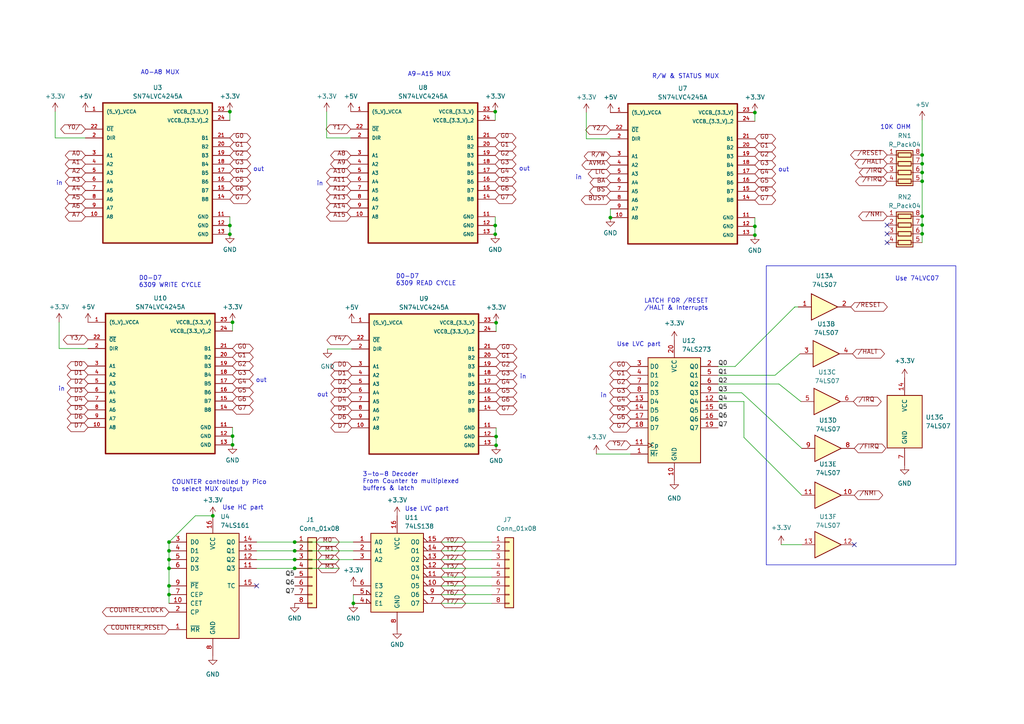
<source format=kicad_sch>
(kicad_sch (version 20230121) (generator eeschema)
  (paper "A4")
  (title_block (date "2025-02-20") (company "Henry Strickland   <strick@yak.net>  github.com/strickyak/tfr9") (comment 3 "Released under the MIT License (opensource.org/license/mit)"))
  (lib_symbols
    (symbol "74xx:74LS07" (pin_names (offset 1.016))
      (property "Reference" "U" (at 0 1.27 0))
      (property "Value" "74LS07" (at 0 -1.27 0))
      (symbol "74LS07_1_0"
        (polyline (pts (xy -3.81 3.81) (xy -3.81 -3.81) (xy 3.81 0) (xy -3.81 3.81)) (stroke (width 0.254)) (fill (type background)))
        (pin input line (at -7.62 0 0) (length 3.81) (name "~") (number "1"))
        (pin open_collector line (at 7.62 0 180) (length 3.81) (name "~") (number "2"))
      )
      (symbol "74LS07_2_0"
        (polyline (pts (xy -3.81 3.81) (xy -3.81 -3.81) (xy 3.81 0) (xy -3.81 3.81)) (stroke (width 0.254)) (fill (type background)))
        (pin input line (at -7.62 0 0) (length 3.81) (name "~") (number "3"))
        (pin open_collector line (at 7.62 0 180) (length 3.81) (name "~") (number "4"))
      )
      (symbol "74LS07_3_0"
        (polyline (pts (xy -3.81 3.81) (xy -3.81 -3.81) (xy 3.81 0) (xy -3.81 3.81)) (stroke (width 0.254)) (fill (type background)))
        (pin input line (at -7.62 0 0) (length 3.81) (name "~") (number "5"))
        (pin open_collector line (at 7.62 0 180) (length 3.81) (name "~") (number "6"))
      )
      (symbol "74LS07_4_0"
        (polyline (pts (xy -3.81 3.81) (xy -3.81 -3.81) (xy 3.81 0) (xy -3.81 3.81)) (stroke (width 0.254)) (fill (type background)))
        (pin open_collector line (at 7.62 0 180) (length 3.81) (name "~") (number "8"))
        (pin input line (at -7.62 0 0) (length 3.81) (name "~") (number "9"))
      )
      (symbol "74LS07_5_0"
        (polyline (pts (xy -3.81 3.81) (xy -3.81 -3.81) (xy 3.81 0) (xy -3.81 3.81)) (stroke (width 0.254)) (fill (type background)))
        (pin open_collector line (at 7.62 0 180) (length 3.81) (name "~") (number "10"))
        (pin input line (at -7.62 0 0) (length 3.81) (name "~") (number "11"))
      )
      (symbol "74LS07_6_0"
        (polyline (pts (xy -3.81 3.81) (xy -3.81 -3.81) (xy 3.81 0) (xy -3.81 3.81)) (stroke (width 0.254)) (fill (type background)))
        (pin open_collector line (at 7.62 0 180) (length 3.81) (name "~") (number "12"))
        (pin input line (at -7.62 0 0) (length 3.81) (name "~") (number "13"))
      )
      (symbol "74LS07_7_0"
        (pin power_in line (at 0 12.7 270) (length 5.08) (name "VCC") (number "14"))
        (pin power_in line (at 0 -12.7 90) (length 5.08) (name "GND") (number "7"))
      )
      (symbol "74LS07_7_1"
        (rectangle (start -5.08 7.62) (end 5.08 -7.62) (stroke (width 0.254)) (fill (type background)))
      )
    )
    (symbol "74xx:74LS138" (pin_names (offset 1.016))
      (property "Reference" "U" (at -7.62 11.43 0))
      (property "Value" "74LS138" (at -7.62 -13.97 0))
      (symbol "74LS138_1_0"
        (pin input line (at -12.7 7.62 0) (length 5.08) (name "A0") (number "1"))
        (pin output output_low (at 12.7 -5.08 180) (length 5.08) (name "O5") (number "10"))
        (pin output output_low (at 12.7 -2.54 180) (length 5.08) (name "O4") (number "11"))
        (pin output output_low (at 12.7 0 180) (length 5.08) (name "O3") (number "12"))
        (pin output output_low (at 12.7 2.54 180) (length 5.08) (name "O2") (number "13"))
        (pin output output_low (at 12.7 5.08 180) (length 5.08) (name "O1") (number "14"))
        (pin output output_low (at 12.7 7.62 180) (length 5.08) (name "O0") (number "15"))
        (pin power_in line (at 0 15.24 270) (length 5.08) (name "VCC") (number "16"))
        (pin input line (at -12.7 5.08 0) (length 5.08) (name "A1") (number "2"))
        (pin input line (at -12.7 2.54 0) (length 5.08) (name "A2") (number "3"))
        (pin input input_low (at -12.7 -10.16 0) (length 5.08) (name "E1") (number "4"))
        (pin input input_low (at -12.7 -7.62 0) (length 5.08) (name "E2") (number "5"))
        (pin input line (at -12.7 -5.08 0) (length 5.08) (name "E3") (number "6"))
        (pin output output_low (at 12.7 -10.16 180) (length 5.08) (name "O7") (number "7"))
        (pin power_in line (at 0 -17.78 90) (length 5.08) (name "GND") (number "8"))
        (pin output output_low (at 12.7 -7.62 180) (length 5.08) (name "O6") (number "9"))
      )
      (symbol "74LS138_1_1"
        (rectangle (start -7.62 10.16) (end 7.62 -12.7) (stroke (width 0.254)) (fill (type background)))
      )
    )
    (symbol "74xx:74LS161" (pin_names (offset 1.016))
      (property "Reference" "U" (at -7.62 16.51 0))
      (property "Value" "74LS161" (at -7.62 -16.51 0))
      (symbol "74LS161_1_0"
        (pin input line (at -12.7 -12.7 0) (length 5.08) (name "~{MR}") (number "1"))
        (pin input line (at -12.7 -5.08 0) (length 5.08) (name "CET") (number "10"))
        (pin output line (at 12.7 5.08 180) (length 5.08) (name "Q3") (number "11"))
        (pin output line (at 12.7 7.62 180) (length 5.08) (name "Q2") (number "12"))
        (pin output line (at 12.7 10.16 180) (length 5.08) (name "Q1") (number "13"))
        (pin output line (at 12.7 12.7 180) (length 5.08) (name "Q0") (number "14"))
        (pin output line (at 12.7 0 180) (length 5.08) (name "TC") (number "15"))
        (pin power_in line (at 0 20.32 270) (length 5.08) (name "VCC") (number "16"))
        (pin input line (at -12.7 -7.62 0) (length 5.08) (name "CP") (number "2"))
        (pin input line (at -12.7 12.7 0) (length 5.08) (name "D0") (number "3"))
        (pin input line (at -12.7 10.16 0) (length 5.08) (name "D1") (number "4"))
        (pin input line (at -12.7 7.62 0) (length 5.08) (name "D2") (number "5"))
        (pin input line (at -12.7 5.08 0) (length 5.08) (name "D3") (number "6"))
        (pin input line (at -12.7 -2.54 0) (length 5.08) (name "CEP") (number "7"))
        (pin power_in line (at 0 -20.32 90) (length 5.08) (name "GND") (number "8"))
        (pin input line (at -12.7 0 0) (length 5.08) (name "~{PE}") (number "9"))
      )
      (symbol "74LS161_1_1"
        (rectangle (start -7.62 15.24) (end 7.62 -15.24) (stroke (width 0.254)) (fill (type background)))
      )
    )
    (symbol "74xx:74LS273"
      (property "Reference" "U" (at -7.62 16.51 0))
      (property "Value" "74LS273" (at -7.62 -16.51 0))
      (symbol "74LS273_1_0"
        (pin input line (at -12.7 -12.7 0) (length 5.08) (name "~{Mr}") (number "1"))
        (pin power_in line (at 0 -20.32 90) (length 5.08) (name "GND") (number "10"))
        (pin input clock (at -12.7 -10.16 0) (length 5.08) (name "Cp") (number "11"))
        (pin output line (at 12.7 2.54 180) (length 5.08) (name "Q4") (number "12"))
        (pin input line (at -12.7 2.54 0) (length 5.08) (name "D4") (number "13"))
        (pin input line (at -12.7 0 0) (length 5.08) (name "D5") (number "14"))
        (pin output line (at 12.7 0 180) (length 5.08) (name "Q5") (number "15"))
        (pin output line (at 12.7 -2.54 180) (length 5.08) (name "Q6") (number "16"))
        (pin input line (at -12.7 -2.54 0) (length 5.08) (name "D6") (number "17"))
        (pin input line (at -12.7 -5.08 0) (length 5.08) (name "D7") (number "18"))
        (pin output line (at 12.7 -5.08 180) (length 5.08) (name "Q7") (number "19"))
        (pin output line (at 12.7 12.7 180) (length 5.08) (name "Q0") (number "2"))
        (pin power_in line (at 0 20.32 270) (length 5.08) (name "VCC") (number "20"))
        (pin input line (at -12.7 12.7 0) (length 5.08) (name "D0") (number "3"))
        (pin input line (at -12.7 10.16 0) (length 5.08) (name "D1") (number "4"))
        (pin output line (at 12.7 10.16 180) (length 5.08) (name "Q1") (number "5"))
        (pin output line (at 12.7 7.62 180) (length 5.08) (name "Q2") (number "6"))
        (pin input line (at -12.7 7.62 0) (length 5.08) (name "D2") (number "7"))
        (pin input line (at -12.7 5.08 0) (length 5.08) (name "D3") (number "8"))
        (pin output line (at 12.7 5.08 180) (length 5.08) (name "Q3") (number "9"))
      )
      (symbol "74LS273_1_1"
        (rectangle (start -7.62 15.24) (end 7.62 -15.24) (stroke (width 0.254)) (fill (type background)))
      )
    )
    (symbol "Connector_Generic:Conn_01x08" (pin_names (offset 1.016) hide)
      (property "Reference" "J" (at 0 10.16 0))
      (property "Value" "Conn_01x08" (at 0 -12.7 0))
      (symbol "Conn_01x08_1_1"
        (rectangle (start -1.27 -10.033) (end 0 -10.287) (stroke (width 0.1524)))
        (rectangle (start -1.27 -7.493) (end 0 -7.747) (stroke (width 0.1524)))
        (rectangle (start -1.27 -4.953) (end 0 -5.207) (stroke (width 0.1524)))
        (rectangle (start -1.27 -2.413) (end 0 -2.667) (stroke (width 0.1524)))
        (rectangle (start -1.27 0.127) (end 0 -0.127) (stroke (width 0.1524)))
        (rectangle (start -1.27 2.667) (end 0 2.413) (stroke (width 0.1524)))
        (rectangle (start -1.27 5.207) (end 0 4.953) (stroke (width 0.1524)))
        (rectangle (start -1.27 7.747) (end 0 7.493) (stroke (width 0.1524)))
        (rectangle (start -1.27 8.89) (end 1.27 -11.43) (stroke (width 0.254)) (fill (type background)))
        (pin passive line (at -5.08 7.62 0) (length 3.81) (name "Pin_1") (number "1"))
        (pin passive line (at -5.08 5.08 0) (length 3.81) (name "Pin_2") (number "2"))
        (pin passive line (at -5.08 2.54 0) (length 3.81) (name "Pin_3") (number "3"))
        (pin passive line (at -5.08 0 0) (length 3.81) (name "Pin_4") (number "4"))
        (pin passive line (at -5.08 -2.54 0) (length 3.81) (name "Pin_5") (number "5"))
        (pin passive line (at -5.08 -5.08 0) (length 3.81) (name "Pin_6") (number "6"))
        (pin passive line (at -5.08 -7.62 0) (length 3.81) (name "Pin_7") (number "7"))
        (pin passive line (at -5.08 -10.16 0) (length 3.81) (name "Pin_8") (number "8"))
      )
    )
    (symbol "Device:R_Pack04" (pin_names (offset 0) hide)
      (property "Reference" "RN" (at -7.62 0 90))
      (property "Value" "R_Pack04" (at 5.08 0 90))
      (symbol "R_Pack04_0_1"
        (rectangle (start -6.35 -2.413) (end 3.81 2.413) (stroke (width 0.254)) (fill (type background)))
        (rectangle (start -5.715 1.905) (end -4.445 -1.905) (stroke (width 0.254)))
        (rectangle (start -3.175 1.905) (end -1.905 -1.905) (stroke (width 0.254)))
        (rectangle (start -0.635 1.905) (end 0.635 -1.905) (stroke (width 0.254)))
        (polyline (pts (xy -5.08 -2.54) (xy -5.08 -1.905)))
        (polyline (pts (xy -5.08 1.905) (xy -5.08 2.54)))
        (polyline (pts (xy -2.54 -2.54) (xy -2.54 -1.905)))
        (polyline (pts (xy -2.54 1.905) (xy -2.54 2.54)))
        (polyline (pts (xy 0 -2.54) (xy 0 -1.905)))
        (polyline (pts (xy 0 1.905) (xy 0 2.54)))
        (polyline (pts (xy 2.54 -2.54) (xy 2.54 -1.905)))
        (polyline (pts (xy 2.54 1.905) (xy 2.54 2.54)))
        (rectangle (start 1.905 1.905) (end 3.175 -1.905) (stroke (width 0.254)))
      )
      (symbol "R_Pack04_1_1"
        (pin passive line (at -5.08 -5.08 90) (length 2.54) (name "R1.1") (number "1"))
        (pin passive line (at -2.54 -5.08 90) (length 2.54) (name "R2.1") (number "2"))
        (pin passive line (at 0 -5.08 90) (length 2.54) (name "R3.1") (number "3"))
        (pin passive line (at 2.54 -5.08 90) (length 2.54) (name "R4.1") (number "4"))
        (pin passive line (at 2.54 5.08 270) (length 2.54) (name "R4.2") (number "5"))
        (pin passive line (at 0 5.08 270) (length 2.54) (name "R3.2") (number "6"))
        (pin passive line (at -2.54 5.08 270) (length 2.54) (name "R2.2") (number "7"))
        (pin passive line (at -5.08 5.08 270) (length 2.54) (name "R1.2") (number "8"))
      )
    )
    (symbol "SN74LVC4245ADWR:SN74LVC4245A" (pin_names (offset 1.016))
      (property "Reference" "U" (at -20.32 26.4 0))
      (property "Value" "SN74LVC4245A" (at -20.32 -18.415 0))
      (symbol "SN74LVC4245A_0_0"
        (rectangle (start -20.32 25.4) (end 11.43 -15.24) (stroke (width 0.41)) (fill (type background)))
        (pin power_in line (at -25.4 22.86 0) (length 5.08) (name "(5_V)_VCCA") (number "1"))
        (pin bidirectional line (at -25.4 -7.62 0) (length 5.08) (name "A8") (number "10"))
        (pin power_in line (at 16.51 -7.62 180) (length 5.08) (name "GND") (number "11"))
        (pin power_in line (at 16.51 -10.16 180) (length 5.08) (name "GND") (number "12"))
        (pin power_in line (at 16.51 -12.7 180) (length 5.08) (name "GND") (number "13"))
        (pin bidirectional line (at 16.51 -2.54 180) (length 5.08) (name "B8") (number "14"))
        (pin bidirectional line (at 16.51 0 180) (length 5.08) (name "B7") (number "15"))
        (pin bidirectional line (at 16.51 2.54 180) (length 5.08) (name "B6") (number "16"))
        (pin bidirectional line (at 16.51 5.08 180) (length 5.08) (name "B5") (number "17"))
        (pin bidirectional line (at 16.51 7.62 180) (length 5.08) (name "B4") (number "18"))
        (pin bidirectional line (at 16.51 10.16 180) (length 5.08) (name "B3") (number "19"))
        (pin input line (at -25.4 15.24 0) (length 5.08) (name "DIR") (number "2"))
        (pin bidirectional line (at 16.51 12.7 180) (length 5.08) (name "B2") (number "20"))
        (pin bidirectional line (at 16.51 15.24 180) (length 5.08) (name "B1") (number "21"))
        (pin input line (at -25.4 17.78 0) (length 5.08) (name "~{OE}") (number "22"))
        (pin power_in line (at 16.51 22.86 180) (length 5.08) (name "VCCB_(3.3_V)") (number "23"))
        (pin power_in line (at 16.51 20.32 180) (length 5.08) (name "VCCB_(3.3_V)_2") (number "24"))
        (pin bidirectional line (at -25.4 10.16 0) (length 5.08) (name "A1") (number "3"))
        (pin bidirectional line (at -25.4 7.62 0) (length 5.08) (name "A2") (number "4"))
        (pin bidirectional line (at -25.4 5.08 0) (length 5.08) (name "A3") (number "5"))
        (pin bidirectional line (at -25.4 2.54 0) (length 5.08) (name "A4") (number "6"))
        (pin bidirectional line (at -25.4 0 0) (length 5.08) (name "A5") (number "7"))
        (pin bidirectional line (at -25.4 -2.54 0) (length 5.08) (name "A6") (number "8"))
        (pin bidirectional line (at -25.4 -5.08 0) (length 5.08) (name "A7") (number "9"))
      )
    )
    (symbol "power:+3.3V" (power) (pin_names (offset 0))
      (property "Value" "+3.3V" (at 0 3.556 0))
      (symbol "+3.3V_0_1"
        (polyline (pts (xy -0.762 1.27) (xy 0 2.54)))
        (polyline (pts (xy 0 0) (xy 0 2.54)))
        (polyline (pts (xy 0 2.54) (xy 0.762 1.27)))
      )
      (symbol "+3.3V_1_1"
        (pin power_in line (at 0 0 90) (length 0) hide (name "+3.3V") (number "1"))
      )
    )
    (symbol "power:+5V" (power) (pin_names (offset 0))
      (property "Value" "+5V" (at 0 3.556 0))
      (symbol "+5V_0_1"
        (polyline (pts (xy -0.762 1.27) (xy 0 2.54)))
        (polyline (pts (xy 0 0) (xy 0 2.54)))
        (polyline (pts (xy 0 2.54) (xy 0.762 1.27)))
      )
      (symbol "+5V_1_1"
        (pin power_in line (at 0 0 90) (length 0) hide (name "+5V") (number "1"))
      )
    )
    (symbol "power:GND" (power) (pin_names (offset 0))
      (property "Value" "GND" (at 0 -3.81 0))
      (symbol "GND_0_1"
        (polyline (pts (xy 0 0) (xy 0 -1.27) (xy 1.27 -1.27) (xy 0 -2.54) (xy -1.27 -1.27) (xy 0 -1.27)))
      )
      (symbol "GND_1_1"
        (pin power_in line (at 0 0 270) (length 0) hide (name "GND") (number "1"))
      )
    )
  )
  (junction (at 85.471 164.846))
  (junction (at 218.948 32.639))
  (junction (at 49.022 159.766))
  (junction (at 143.891 129.159))
  (junction (at 66.675 67.945))
  (junction (at 143.891 93.599))
  (junction (at 49.022 162.306))
  (junction (at 49.022 172.466))
  (junction (at 67.437 93.472))
  (junction (at 102.489 175.006))
  (junction (at 49.022 169.926))
  (junction (at 85.471 157.226))
  (junction (at 267.462 44.958))
  (junction (at 67.437 129.032))
  (junction (at 49.022 164.846))
  (junction (at 267.462 47.498))
  (junction (at 267.462 50.038))
  (junction (at 61.722 149.606))
  (junction (at 218.948 68.199))
  (junction (at 143.637 32.385))
  (junction (at 267.462 65.278))
  (junction (at 143.637 67.945))
  (junction (at 267.462 67.818))
  (junction (at 49.022 157.226))
  (junction (at 85.471 162.306))
  (junction (at 66.675 65.405))
  (junction (at 85.471 159.766))
  (junction (at 66.675 32.385))
  (junction (at 143.891 126.619))
  (junction (at 267.462 52.578))
  (junction (at 67.437 126.492))
  (junction (at 143.637 65.405))
  (junction (at 267.462 62.738))
  (junction (at 177.038 63.119))
  (junction (at 218.948 65.659))
  (no_connect (at 257.302 67.818))
  (no_connect (at 257.302 65.278))
  (no_connect (at 257.302 70.358))
  (no_connect (at 74.422 169.926))
  (no_connect (at 247.777 157.988))
  (wire (pts (xy 85.471 162.306) (xy 102.489 162.306)))
  (wire (pts (xy 66.675 62.865) (xy 66.675 65.405)))
  (wire (pts (xy 127.889 157.226) (xy 142.621 157.226)))
  (wire (pts (xy 172.974 131.699) (xy 182.88 131.699)))
  (wire (pts (xy 67.437 123.952) (xy 67.437 126.492)))
  (wire (pts (xy 143.891 124.079) (xy 143.891 126.619)))
  (wire (pts (xy 215.773 126.873) (xy 232.537 143.637)))
  (wire (pts (xy 49.022 159.766) (xy 49.022 162.306)))
  (wire (pts (xy 143.891 126.619) (xy 143.891 129.159)))
  (wire (pts (xy 170.053 32.639) (xy 170.053 40.259)))
  (wire (pts (xy 74.422 164.846) (xy 85.471 164.846)))
  (wire (pts (xy 208.28 108.839) (xy 224.79 108.839)))
  (wire (pts (xy 267.462 44.958) (xy 267.462 47.498)))
  (wire (pts (xy 16.002 40.005) (xy 24.765 40.005)))
  (wire (pts (xy 49.022 157.226) (xy 56.642 149.606)))
  (wire (pts (xy 170.053 40.259) (xy 177.038 40.259)))
  (wire (pts (xy 224.79 108.839) (xy 232.029 102.616)))
  (wire (pts (xy 218.948 65.659) (xy 218.948 68.199)))
  (wire (pts (xy 127.889 175.006) (xy 142.621 175.006)))
  (wire (pts (xy 225.933 111.379) (xy 232.283 116.459)))
  (wire (pts (xy 267.462 67.818) (xy 267.462 70.358)))
  (wire (pts (xy 74.422 159.766) (xy 85.471 159.766)))
  (wire (pts (xy 49.022 172.466) (xy 49.022 175.006)))
  (wire (pts (xy 127.889 169.926) (xy 142.621 169.926)))
  (wire (pts (xy 267.462 62.738) (xy 267.462 65.278)))
  (wire (pts (xy 49.022 169.926) (xy 49.022 172.466)))
  (wire (pts (xy 143.637 62.865) (xy 143.637 65.405)))
  (wire (pts (xy 208.28 113.919) (xy 215.138 113.919)))
  (wire (pts (xy 16.002 32.385) (xy 16.002 40.005)))
  (wire (pts (xy 230.378 89.154) (xy 230.505 89.154)))
  (wire (pts (xy 49.022 157.226) (xy 49.022 159.766)))
  (wire (pts (xy 215.138 113.919) (xy 232.537 130.048)))
  (wire (pts (xy 102.489 172.466) (xy 102.489 175.006)))
  (wire (pts (xy 127.889 167.386) (xy 142.621 167.386)))
  (wire (pts (xy 218.948 32.639) (xy 218.948 35.179)))
  (wire (pts (xy 49.022 162.306) (xy 49.022 164.846)))
  (wire (pts (xy 67.437 126.492) (xy 67.437 129.032)))
  (wire (pts (xy 74.422 162.306) (xy 85.471 162.306)))
  (wire (pts (xy 267.462 52.578) (xy 267.462 62.738)))
  (wire (pts (xy 85.471 164.846) (xy 98.425 164.846)))
  (wire (pts (xy 67.437 93.472) (xy 67.437 96.012)))
  (wire (pts (xy 267.462 34.798) (xy 267.462 44.958)))
  (wire (pts (xy 230.505 89.027) (xy 231.521 89.027)))
  (wire (pts (xy 226.568 157.988) (xy 232.537 157.988)))
  (wire (pts (xy 127.889 172.466) (xy 142.621 172.466)))
  (wire (pts (xy 94.996 101.219) (xy 101.981 101.219)))
  (wire (pts (xy 208.28 106.299) (xy 213.233 106.299)))
  (wire (pts (xy 85.471 157.226) (xy 102.489 157.226)))
  (wire (pts (xy 143.637 32.385) (xy 143.637 34.925)))
  (wire (pts (xy 213.233 106.299) (xy 230.378 89.154)))
  (wire (pts (xy 61.722 149.606) (xy 56.642 149.606)))
  (wire (pts (xy 143.891 93.599) (xy 143.891 96.139)))
  (wire (pts (xy 230.505 89.154) (xy 230.505 89.027)))
  (wire (pts (xy 208.28 116.459) (xy 215.773 116.459)))
  (wire (pts (xy 85.471 159.766) (xy 102.489 159.766)))
  (wire (pts (xy 127.889 159.766) (xy 142.621 159.766)))
  (wire (pts (xy 218.948 63.119) (xy 218.948 65.659)))
  (wire (pts (xy 127.889 164.846) (xy 142.621 164.846)))
  (wire (pts (xy 49.022 164.846) (xy 49.022 169.926)))
  (wire (pts (xy 208.28 111.379) (xy 225.933 111.379)))
  (wire (pts (xy 94.742 32.385) (xy 94.742 40.005)))
  (wire (pts (xy 177.038 60.579) (xy 177.038 63.119)))
  (wire (pts (xy 267.462 50.038) (xy 267.462 52.578)))
  (wire (pts (xy 66.675 65.405) (xy 66.675 67.945)))
  (wire (pts (xy 267.462 47.498) (xy 267.462 50.038)))
  (wire (pts (xy 17.145 101.092) (xy 25.527 101.092)))
  (wire (pts (xy 127.889 162.306) (xy 142.621 162.306)))
  (wire (pts (xy 215.773 116.459) (xy 215.773 126.873)))
  (wire (pts (xy 74.422 157.226) (xy 85.471 157.226)))
  (wire (pts (xy 66.675 32.385) (xy 66.675 34.925)))
  (wire (pts (xy 17.145 93.472) (xy 17.145 101.092)))
  (wire (pts (xy 143.637 65.405) (xy 143.637 67.945)))
  (wire (pts (xy 267.462 65.278) (xy 267.462 67.818)))
  (wire (pts (xy 94.742 40.005) (xy 101.727 40.005)))
  (rectangle (start 222.25 77.089) (end 277.241 163.83))
  (text "out\n" (at 150.495 49.784 0) (effects (font (size 1.27 1.27)) (justify left bottom)))
  (text "out\n" (at 225.679 50.038 0) (effects (font (size 1.27 1.27)) (justify left bottom)))
  (text "Use LVC part" (at 191.643 100.711 0) (effects (font (size 1.27 1.27)) (justify right bottom)))
  (text "A9-A15 MUX" (at 118.237 22.352 0) (effects (font (size 1.27 1.27)) (justify left bottom)))
  (text "in" (at 16.256 53.975 0) (effects (font (size 1.27 1.27)) (justify left bottom)))
  (text "out\n" (at 91.948 115.316 0) (effects (font (size 1.27 1.27)) (justify left bottom)))
  (text "COUNTER controlled by Pico\nto select MUX output" (at 49.784 142.748 0) (effects (font (size 1.27 1.27)) (justify left bottom)))
  (text "Use HC part" (at 76.454 148.082 0) (effects (font (size 1.27 1.27)) (justify right bottom)))
  (text "D0-D7\n6309 READ CYCLE" (at 114.808 83.058 0) (effects (font (size 1.27 1.27)) (justify left bottom)))
  (text "Use LVC part" (at 130.175 148.463 0) (effects (font (size 1.27 1.27)) (justify right bottom)))
  (text "D0-D7\n6309 WRITE CYCLE" (at 40.259 83.566 0) (effects (font (size 1.27 1.27)) (justify left bottom)))
  (text "in" (at 174.117 115.57 0) (effects (font (size 1.27 1.27)) (justify left bottom)))
  (text "in" (at 16.891 113.665 0) (effects (font (size 1.27 1.27)) (justify left bottom)))
  (text "Use 74LVC07" (at 272.415 81.661 0) (effects (font (size 1.27 1.27)) (justify right bottom)))
  (text "in" (at 91.821 54.102 0) (effects (font (size 1.27 1.27)) (justify left bottom)))
  (text "3-to-8 Decoder\nFrom Counter to multiplexed\nbuffers & latch" (at 105.156 142.494 0) (effects (font (size 1.27 1.27)) (justify left bottom)))
  (text "10K OHM" (at 255.27 37.719 0) (effects (font (size 1.27 1.27)) (justify left bottom)))
  (text "in" (at 150.749 110.109 0) (effects (font (size 1.27 1.27)) (justify left bottom)))
  (text "out\n" (at 74.168 111.125 0) (effects (font (size 1.27 1.27)) (justify left bottom)))
  (text "out\n" (at 73.406 49.911 0) (effects (font (size 1.27 1.27)) (justify left bottom)))
  (text "R/W & STATUS MUX" (at 189.103 22.987 0) (effects (font (size 1.27 1.27)) (justify left bottom)))
  (text "in" (at 166.878 52.324 0) (effects (font (size 1.27 1.27)) (justify left bottom)))
  (text "LATCH FOR /RESET\n/HALT & Interrupts" (at 186.817 90.17 0) (effects (font (size 1.27 1.27)) (justify left bottom)))
  (text "A0-A8 MUX" (at 40.767 21.844 0) (effects (font (size 1.27 1.27)) (justify left bottom)))
  (label "Q1" (at 208.28 108.839 0))
  (label "Q2" (at 208.28 111.379 0))
  (label "Q7" (at 85.471 172.466 180))
  (label "Q3" (at 208.28 113.919 0))
  (label "Q4" (at 208.28 116.459 0))
  (label "Q6" (at 208.28 121.539 0))
  (label "Q0" (at 208.28 106.299 0))
  (label "Q5" (at 208.28 118.999 0))
  (label "Q5" (at 85.471 167.386 180))
  (label "Q6" (at 85.471 169.926 180))
  (label "Q7" (at 208.28 124.079 0))
  (global_label "Y0{slash}" (shape bidirectional) (at 24.765 37.465 180) (property "Intersheetrefs" "${INTERSHEET_REFS}" (effects hide)))
  (global_label "G0" (shape bidirectional) (at 143.637 40.005 0) (property "Intersheetrefs" "${INTERSHEET_REFS}" (effects hide)))
  (global_label "G4" (shape bidirectional) (at 218.948 50.419 0) (property "Intersheetrefs" "${INTERSHEET_REFS}" (effects hide)))
  (global_label "D3" (shape bidirectional) (at 101.981 113.919 180) (property "Intersheetrefs" "${INTERSHEET_REFS}" (effects hide)))
  (global_label "{slash}FIRQ" (shape bidirectional) (at 257.302 52.578 180) (property "Intersheetrefs" "${INTERSHEET_REFS}" (effects hide)))
  (global_label "D2" (shape bidirectional) (at 25.527 111.252 180) (property "Intersheetrefs" "${INTERSHEET_REFS}" (effects hide)))
  (global_label "{slash}FIRQ" (shape bidirectional) (at 247.777 130.048 0) (property "Intersheetrefs" "${INTERSHEET_REFS}" (effects hide)))
  (global_label "G0" (shape bidirectional) (at 218.948 40.259 0) (property "Intersheetrefs" "${INTERSHEET_REFS}" (effects hide)))
  (global_label "G3" (shape bidirectional) (at 143.891 108.839 0) (property "Intersheetrefs" "${INTERSHEET_REFS}" (effects hide)))
  (global_label "G1" (shape bidirectional) (at 143.637 42.545 0) (property "Intersheetrefs" "${INTERSHEET_REFS}" (effects hide)))
  (global_label "G3" (shape bidirectional) (at 182.88 113.919 180) (property "Intersheetrefs" "${INTERSHEET_REFS}" (effects hide)))
  (global_label "G7" (shape bidirectional) (at 143.891 118.999 0) (property "Intersheetrefs" "${INTERSHEET_REFS}" (effects hide)))
  (global_label "{slash}HALT" (shape bidirectional) (at 257.302 47.498 180) (property "Intersheetrefs" "${INTERSHEET_REFS}" (effects hide)))
  (global_label "D6" (shape bidirectional) (at 101.981 121.539 180) (property "Intersheetrefs" "${INTERSHEET_REFS}" (effects hide)))
  (global_label "G2" (shape bidirectional) (at 218.948 45.339 0) (property "Intersheetrefs" "${INTERSHEET_REFS}" (effects hide)))
  (global_label "G0" (shape bidirectional) (at 66.675 40.005 0) (property "Intersheetrefs" "${INTERSHEET_REFS}" (effects hide)))
  (global_label "M2" (shape bidirectional) (at 98.425 162.306 180) (property "Intersheetrefs" "${INTERSHEET_REFS}" (effects hide)))
  (global_label "D7" (shape bidirectional) (at 25.527 123.952 180) (property "Intersheetrefs" "${INTERSHEET_REFS}" (effects hide)))
  (global_label "G3" (shape bidirectional) (at 67.437 108.712 0) (property "Intersheetrefs" "${INTERSHEET_REFS}" (effects hide)))
  (global_label "Y5{slash}" (shape bidirectional) (at 182.88 129.159 180) (property "Intersheetrefs" "${INTERSHEET_REFS}" (effects hide)))
  (global_label "A15" (shape bidirectional) (at 101.727 62.865 180) (property "Intersheetrefs" "${INTERSHEET_REFS}" (effects hide)))
  (global_label "COUNTER_RESET" (shape bidirectional) (at 49.022 182.626 180) (property "Intersheetrefs" "${INTERSHEET_REFS}" (effects hide)))
  (global_label "G7" (shape bidirectional) (at 66.675 57.785 0) (property "Intersheetrefs" "${INTERSHEET_REFS}" (effects hide)))
  (global_label "D6" (shape bidirectional) (at 25.527 121.412 180) (property "Intersheetrefs" "${INTERSHEET_REFS}" (effects hide)))
  (global_label "{slash}NMI" (shape bidirectional) (at 257.302 62.738 180) (property "Intersheetrefs" "${INTERSHEET_REFS}" (effects hide)))
  (global_label "G6" (shape bidirectional) (at 66.675 55.245 0) (property "Intersheetrefs" "${INTERSHEET_REFS}" (effects hide)))
  (global_label "M0'" (shape bidirectional) (at 98.425 157.226 180) (property "Intersheetrefs" "${INTERSHEET_REFS}" (effects hide)))
  (global_label "G7" (shape bidirectional) (at 218.948 58.039 0) (property "Intersheetrefs" "${INTERSHEET_REFS}" (effects hide)))
  (global_label "G2" (shape bidirectional) (at 143.637 45.085 0) (property "Intersheetrefs" "${INTERSHEET_REFS}" (effects hide)))
  (global_label "G3" (shape bidirectional) (at 143.637 47.625 0) (property "Intersheetrefs" "${INTERSHEET_REFS}" (effects hide)))
  (global_label "G5" (shape bidirectional) (at 143.637 52.705 0) (property "Intersheetrefs" "${INTERSHEET_REFS}" (effects hide)))
  (global_label "G0" (shape bidirectional) (at 143.891 101.219 0) (property "Intersheetrefs" "${INTERSHEET_REFS}" (effects hide)))
  (global_label "G4" (shape bidirectional) (at 67.437 111.252 0) (property "Intersheetrefs" "${INTERSHEET_REFS}" (effects hide)))
  (global_label "A1" (shape bidirectional) (at 24.765 47.625 180) (property "Intersheetrefs" "${INTERSHEET_REFS}" (effects hide)))
  (global_label "G7" (shape bidirectional) (at 67.437 118.872 0) (property "Intersheetrefs" "${INTERSHEET_REFS}" (effects hide)))
  (global_label "A4" (shape bidirectional) (at 24.765 55.245 180) (property "Intersheetrefs" "${INTERSHEET_REFS}" (effects hide)))
  (global_label "Y1{slash}" (shape bidirectional) (at 127.889 159.766 0) (property "Intersheetrefs" "${INTERSHEET_REFS}" (effects hide)))
  (global_label "Y4{slash}" (shape bidirectional) (at 127.889 167.386 0) (property "Intersheetrefs" "${INTERSHEET_REFS}" (effects hide)))
  (global_label "D2" (shape bidirectional) (at 101.981 111.379 180) (property "Intersheetrefs" "${INTERSHEET_REFS}" (effects hide)))
  (global_label "G5" (shape bidirectional) (at 182.88 118.999 180) (property "Intersheetrefs" "${INTERSHEET_REFS}" (effects hide)))
  (global_label "G5" (shape bidirectional) (at 143.891 113.919 0) (property "Intersheetrefs" "${INTERSHEET_REFS}" (effects hide)))
  (global_label "Y2{slash}" (shape bidirectional) (at 127.889 162.306 0) (property "Intersheetrefs" "${INTERSHEET_REFS}" (effects hide)))
  (global_label "R{slash}W" (shape bidirectional) (at 177.038 45.339 180) (property "Intersheetrefs" "${INTERSHEET_REFS}" (effects hide)))
  (global_label "G1" (shape bidirectional) (at 182.88 108.839 180) (property "Intersheetrefs" "${INTERSHEET_REFS}" (effects hide)))
  (global_label "G6" (shape bidirectional) (at 143.637 55.245 0) (property "Intersheetrefs" "${INTERSHEET_REFS}" (effects hide)))
  (global_label "BUSY" (shape bidirectional) (at 177.038 58.039 180) (property "Intersheetrefs" "${INTERSHEET_REFS}" (effects hide)))
  (global_label "G7" (shape bidirectional) (at 182.88 124.079 180) (property "Intersheetrefs" "${INTERSHEET_REFS}" (effects hide)))
  (global_label "A12" (shape bidirectional) (at 101.727 55.245 180) (property "Intersheetrefs" "${INTERSHEET_REFS}" (effects hide)))
  (global_label "Y5{slash}" (shape bidirectional) (at 127.889 169.926 0) (property "Intersheetrefs" "${INTERSHEET_REFS}" (effects hide)))
  (global_label "{slash}RESET" (shape bidirectional) (at 257.302 44.958 180) (property "Intersheetrefs" "${INTERSHEET_REFS}" (effects hide)))
  (global_label "Y0{slash}" (shape bidirectional) (at 127.889 157.226 0) (property "Intersheetrefs" "${INTERSHEET_REFS}" (effects hide)))
  (global_label "G5" (shape bidirectional) (at 218.948 52.959 0) (property "Intersheetrefs" "${INTERSHEET_REFS}" (effects hide)))
  (global_label "G1" (shape bidirectional) (at 67.437 103.632 0) (property "Intersheetrefs" "${INTERSHEET_REFS}" (effects hide)))
  (global_label "G5" (shape bidirectional) (at 67.437 113.792 0) (property "Intersheetrefs" "${INTERSHEET_REFS}" (effects hide)))
  (global_label "BA" (shape bidirectional) (at 177.038 52.959 180) (property "Intersheetrefs" "${INTERSHEET_REFS}" (effects hide)))
  (global_label "M1" (shape bidirectional) (at 98.425 159.766 180) (property "Intersheetrefs" "${INTERSHEET_REFS}" (effects hide)))
  (global_label "BS" (shape bidirectional) (at 177.038 55.499 180) (property "Intersheetrefs" "${INTERSHEET_REFS}" (effects hide)))
  (global_label "Y3{slash}" (shape bidirectional) (at 25.527 98.552 180) (property "Intersheetrefs" "${INTERSHEET_REFS}" (effects hide)))
  (global_label "A6" (shape bidirectional) (at 24.765 60.325 180) (property "Intersheetrefs" "${INTERSHEET_REFS}" (effects hide)))
  (global_label "G4" (shape bidirectional) (at 143.637 50.165 0) (property "Intersheetrefs" "${INTERSHEET_REFS}" (effects hide)))
  (global_label "A9" (shape bidirectional) (at 101.727 47.625 180) (property "Intersheetrefs" "${INTERSHEET_REFS}" (effects hide)))
  (global_label "G6" (shape bidirectional) (at 182.88 121.539 180) (property "Intersheetrefs" "${INTERSHEET_REFS}" (effects hide)))
  (global_label "A5" (shape bidirectional) (at 24.765 57.785 180) (property "Intersheetrefs" "${INTERSHEET_REFS}" (effects hide)))
  (global_label "D5" (shape bidirectional) (at 25.527 118.872 180) (property "Intersheetrefs" "${INTERSHEET_REFS}" (effects hide)))
  (global_label "D1" (shape bidirectional) (at 25.527 108.712 180) (property "Intersheetrefs" "${INTERSHEET_REFS}" (effects hide)))
  (global_label "G1" (shape bidirectional) (at 143.891 103.759 0) (property "Intersheetrefs" "${INTERSHEET_REFS}" (effects hide)))
  (global_label "AVMA" (shape bidirectional) (at 177.038 47.879 180) (property "Intersheetrefs" "${INTERSHEET_REFS}" (effects hide)))
  (global_label "A13" (shape bidirectional) (at 101.727 57.785 180) (property "Intersheetrefs" "${INTERSHEET_REFS}" (effects hide)))
  (global_label "G6" (shape bidirectional) (at 218.948 55.499 0) (property "Intersheetrefs" "${INTERSHEET_REFS}" (effects hide)))
  (global_label "D5" (shape bidirectional) (at 101.981 118.999 180) (property "Intersheetrefs" "${INTERSHEET_REFS}" (effects hide)))
  (global_label "{slash}IRQ" (shape bidirectional) (at 247.523 116.459 0) (property "Intersheetrefs" "${INTERSHEET_REFS}" (effects hide)))
  (global_label "G2" (shape bidirectional) (at 182.88 111.379 180) (property "Intersheetrefs" "${INTERSHEET_REFS}" (effects hide)))
  (global_label "A2" (shape bidirectional) (at 24.765 50.165 180) (property "Intersheetrefs" "${INTERSHEET_REFS}" (effects hide)))
  (global_label "A0" (shape bidirectional) (at 24.765 45.085 180) (property "Intersheetrefs" "${INTERSHEET_REFS}" (effects hide)))
  (global_label "G6" (shape bidirectional) (at 143.891 116.459 0) (property "Intersheetrefs" "${INTERSHEET_REFS}" (effects hide)))
  (global_label "A7" (shape bidirectional) (at 24.765 62.865 180) (property "Intersheetrefs" "${INTERSHEET_REFS}" (effects hide)))
  (global_label "G6" (shape bidirectional) (at 67.437 116.332 0) (property "Intersheetrefs" "${INTERSHEET_REFS}" (effects hide)))
  (global_label "G3" (shape bidirectional) (at 218.948 47.879 0) (property "Intersheetrefs" "${INTERSHEET_REFS}" (effects hide)))
  (global_label "{slash}HALT" (shape bidirectional) (at 247.269 102.616 0) (property "Intersheetrefs" "${INTERSHEET_REFS}" (effects hide)))
  (global_label "G7" (shape bidirectional) (at 143.637 57.785 0) (property "Intersheetrefs" "${INTERSHEET_REFS}" (effects hide)))
  (global_label "G2" (shape bidirectional) (at 143.891 106.299 0) (property "Intersheetrefs" "${INTERSHEET_REFS}" (effects hide)))
  (global_label "G1" (shape bidirectional) (at 66.675 42.545 0) (property "Intersheetrefs" "${INTERSHEET_REFS}" (effects hide)))
  (global_label "Y4{slash}" (shape bidirectional) (at 101.981 98.679 180) (property "Intersheetrefs" "${INTERSHEET_REFS}" (effects hide)))
  (global_label "Y3{slash}" (shape bidirectional) (at 127.889 164.846 0) (property "Intersheetrefs" "${INTERSHEET_REFS}" (effects hide)))
  (global_label "{slash}NMI" (shape bidirectional) (at 247.777 143.637 0) (property "Intersheetrefs" "${INTERSHEET_REFS}" (effects hide)))
  (global_label "G0" (shape bidirectional) (at 67.437 101.092 0) (property "Intersheetrefs" "${INTERSHEET_REFS}" (effects hide)))
  (global_label "A8" (shape bidirectional) (at 101.727 45.085 180) (property "Intersheetrefs" "${INTERSHEET_REFS}" (effects hide)))
  (global_label "G2" (shape bidirectional) (at 66.675 45.085 0) (property "Intersheetrefs" "${INTERSHEET_REFS}" (effects hide)))
  (global_label "D0" (shape bidirectional) (at 101.981 106.299 180) (property "Intersheetrefs" "${INTERSHEET_REFS}" (effects hide)))
  (global_label "LIC" (shape bidirectional) (at 177.038 50.419 180) (property "Intersheetrefs" "${INTERSHEET_REFS}" (effects hide)))
  (global_label "G5" (shape bidirectional) (at 66.675 52.705 0) (property "Intersheetrefs" "${INTERSHEET_REFS}" (effects hide)))
  (global_label "G3" (shape bidirectional) (at 66.675 47.625 0) (property "Intersheetrefs" "${INTERSHEET_REFS}" (effects hide)))
  (global_label "D4" (shape bidirectional) (at 25.527 116.332 180) (property "Intersheetrefs" "${INTERSHEET_REFS}" (effects hide)))
  (global_label "A10" (shape bidirectional) (at 101.727 50.165 180) (property "Intersheetrefs" "${INTERSHEET_REFS}" (effects hide)))
  (global_label "G2" (shape bidirectional) (at 67.437 106.172 0) (property "Intersheetrefs" "${INTERSHEET_REFS}" (effects hide)))
  (global_label "A3" (shape bidirectional) (at 24.765 52.705 180) (property "Intersheetrefs" "${INTERSHEET_REFS}" (effects hide)))
  (global_label "D4" (shape bidirectional) (at 101.981 116.459 180) (property "Intersheetrefs" "${INTERSHEET_REFS}" (effects hide)))
  (global_label "Y2{slash}" (shape bidirectional) (at 177.038 37.719 180) (property "Intersheetrefs" "${INTERSHEET_REFS}" (effects hide)))
  (global_label "A14" (shape bidirectional) (at 101.727 60.325 180) (property "Intersheetrefs" "${INTERSHEET_REFS}" (effects hide)))
  (global_label "D7" (shape bidirectional) (at 101.981 124.079 180) (property "Intersheetrefs" "${INTERSHEET_REFS}" (effects hide)))
  (global_label "{slash}RESET" (shape bidirectional) (at 246.761 89.027 0) (property "Intersheetrefs" "${INTERSHEET_REFS}" (effects hide)))
  (global_label "COUNTER_CLOCK" (shape bidirectional) (at 49.022 177.546 180) (property "Intersheetrefs" "${INTERSHEET_REFS}" (effects hide)))
  (global_label "{slash}IRQ" (shape bidirectional) (at 257.302 50.038 180) (property "Intersheetrefs" "${INTERSHEET_REFS}" (effects hide)))
  (global_label "M3" (shape bidirectional) (at 98.425 164.846 180) (property "Intersheetrefs" "${INTERSHEET_REFS}" (effects hide)))
  (global_label "G4" (shape bidirectional) (at 66.675 50.165 0) (property "Intersheetrefs" "${INTERSHEET_REFS}" (effects hide)))
  (global_label "Y6{slash}" (shape bidirectional) (at 127.889 172.466 0) (property "Intersheetrefs" "${INTERSHEET_REFS}" (effects hide)))
  (global_label "Y7{slash}" (shape bidirectional) (at 127.889 175.006 0) (property "Intersheetrefs" "${INTERSHEET_REFS}" (effects hide)))
  (global_label "G1" (shape bidirectional) (at 218.948 42.799 0) (property "Intersheetrefs" "${INTERSHEET_REFS}" (effects hide)))
  (global_label "A11" (shape bidirectional) (at 101.727 52.705 180) (property "Intersheetrefs" "${INTERSHEET_REFS}" (effects hide)))
  (global_label "D1" (shape bidirectional) (at 101.981 108.839 180) (property "Intersheetrefs" "${INTERSHEET_REFS}" (effects hide)))
  (global_label "G4" (shape bidirectional) (at 182.88 116.459 180) (property "Intersheetrefs" "${INTERSHEET_REFS}" (effects hide)))
  (global_label "Y1{slash}" (shape bidirectional) (at 101.727 37.465 180) (property "Intersheetrefs" "${INTERSHEET_REFS}" (effects hide)))
  (global_label "G4" (shape bidirectional) (at 143.891 111.379 0) (property "Intersheetrefs" "${INTERSHEET_REFS}" (effects hide)))
  (global_label "D3" (shape bidirectional) (at 25.527 113.792 180) (property "Intersheetrefs" "${INTERSHEET_REFS}" (effects hide)))
  (global_label "G0" (shape bidirectional) (at 182.88 106.299 180) (property "Intersheetrefs" "${INTERSHEET_REFS}" (effects hide)))
  (global_label "D0" (shape bidirectional) (at 25.527 106.172 180) (property "Intersheetrefs" "${INTERSHEET_REFS}" (effects hide)))
  (symbol (lib_id "power:+3.3V") (at 67.437 93.472 0) (unit 1)
    (property "Reference" "#PWR064" (effects hide))
    (property "Value" "+3.3V" (at 67.437 89.027 0))
  )
  (symbol (lib_id "74xx:74LS07") (at 262.382 122.301 0) (unit 7)
    (property "Reference" "U13" (at 268.478 121.031 0) (effects (justify left)))
    (property "Value" "74LS07" (at 268.478 123.571 0) (effects (justify left)))
    (property "Footprint" "Package_SO:SOIC-14_3.9x8.7mm_P1.27mm" (effects hide))
    (property "Datasheet" "www.ti.com/lit/ds/symlink/sn74ls07.pdf" (effects hide))
  )
  (symbol (lib_id "power:GND") (at 143.637 67.945 0) (unit 1)
    (property "Reference" "#PWR042" (effects hide))
    (property "Value" "GND" (at 143.637 72.39 0))
  )
  (symbol (lib_id "Connector_Generic:Conn_01x08") (at 147.701 164.846 0) (unit 1)
    (property "Reference" "J7" (at 145.923 150.749 0) (effects (justify left)))
    (property "Value" "Conn_01x08" (at 143.891 153.289 0) (effects (justify left)))
    (property "Footprint" "Connector_PinHeader_2.54mm:PinHeader_1x08_P2.54mm_Vertical" (effects hide))
  )
  (symbol (lib_id "74xx:74LS07") (at 239.141 89.027 0) (unit 1)
    (property "Reference" "U13" (at 239.141 80.01 0))
    (property "Value" "74LS07" (at 239.141 82.55 0))
    (property "Footprint" "Package_SO:SOIC-14_3.9x8.7mm_P1.27mm" (effects hide))
    (property "Datasheet" "www.ti.com/lit/ds/symlink/sn74ls07.pdf" (effects hide))
  )
  (symbol (lib_id "power:+3.3V") (at 61.722 149.606 0) (unit 1)
    (property "Reference" "#PWR019" (effects hide))
    (property "Value" "+3.3V" (at 61.722 145.034 0))
  )
  (symbol (lib_id "power:GND") (at 67.437 129.032 0) (unit 1)
    (property "Reference" "#PWR065" (effects hide))
    (property "Value" "GND" (at 67.437 133.477 0))
  )
  (symbol (lib_id "power:+3.3V") (at 262.382 109.601 0) (unit 1)
    (property "Reference" "#PWR079" (effects hide))
    (property "Value" "+3.3V" (at 262.382 104.648 0))
  )
  (symbol (lib_id "power:+3.3V") (at 170.053 32.639 0) (unit 1)
    (property "Reference" "#PWR066" (effects hide))
    (property "Value" "+3.3V" (at 170.053 28.194 0))
  )
  (symbol (lib_id "power:+3.3V") (at 16.002 32.385 0) (unit 1)
    (property "Reference" "#PWR035" (effects hide))
    (property "Value" "+3.3V" (at 16.002 27.94 0))
  )
  (symbol (lib_id "power:GND") (at 262.382 135.001 0) (unit 1)
    (property "Reference" "#PWR078" (effects hide))
    (property "Value" "GND" (at 262.382 140.208 0))
  )
  (symbol (lib_id "74xx:74LS07") (at 239.903 116.459 0) (unit 3)
    (property "Reference" "U13" (at 239.903 107.95 0))
    (property "Value" "74LS07" (at 239.903 110.49 0))
    (property "Footprint" "Package_SO:SOIC-14_3.9x8.7mm_P1.27mm" (effects hide))
    (property "Datasheet" "www.ti.com/lit/ds/symlink/sn74ls07.pdf" (effects hide))
  )
  (symbol (lib_id "74xx:74LS273") (at 195.58 118.999 0) (unit 1)
    (property "Reference" "U12" (at 197.7741 98.806 0) (effects (justify left)))
    (property "Value" "74LS273" (at 197.7741 101.346 0) (effects (justify left)))
    (property "Footprint" "Package_SO:TSSOP-20_4.4x6.5mm_P0.65mm" (effects hide))
    (property "Datasheet" "http://www.ti.com/lit/gpn/sn74LS273" (effects hide))
  )
  (symbol (lib_id "power:+5V") (at 101.981 93.599 0) (unit 1)
    (property "Reference" "#PWR056" (effects hide))
    (property "Value" "+5V" (at 101.981 89.154 0))
  )
  (symbol (lib_id "power:GND") (at 177.038 63.119 0) (unit 1)
    (property "Reference" "#PWR081" (effects hide))
    (property "Value" "GND" (at 177.038 67.564 0))
  )
  (symbol (lib_id "power:+3.3V") (at 66.675 32.385 0) (unit 1)
    (property "Reference" "#PWR033" (effects hide))
    (property "Value" "+3.3V" (at 66.675 27.94 0))
  )
  (symbol (lib_id "power:+3.3V") (at 17.145 93.472 0) (unit 1)
    (property "Reference" "#PWR062" (effects hide))
    (property "Value" "+3.3V" (at 17.145 89.027 0))
  )
  (symbol (lib_id "power:+5V") (at 24.765 32.385 0) (unit 1)
    (property "Reference" "#PWR034" (effects hide))
    (property "Value" "+5V" (at 24.765 27.94 0))
  )
  (symbol (lib_id "74xx:74LS07") (at 239.649 102.616 0) (unit 2)
    (property "Reference" "U13" (at 239.649 93.98 0))
    (property "Value" "74LS07" (at 239.649 96.52 0))
    (property "Footprint" "Package_SO:SOIC-14_3.9x8.7mm_P1.27mm" (effects hide))
    (property "Datasheet" "www.ti.com/lit/ds/symlink/sn74ls07.pdf" (effects hide))
  )
  (symbol (lib_id "power:GND") (at 218.948 68.199 0) (unit 1)
    (property "Reference" "#PWR073" (effects hide))
    (property "Value" "GND" (at 218.948 72.644 0))
  )
  (symbol (lib_id "power:GND") (at 143.891 129.159 0) (unit 1)
    (property "Reference" "#PWR058" (effects hide))
    (property "Value" "GND" (at 143.891 133.604 0))
  )
  (symbol (lib_id "power:GND") (at 66.675 67.945 0) (unit 1)
    (property "Reference" "#PWR022" (effects hide))
    (property "Value" "GND" (at 66.675 72.39 0))
  )
  (symbol (lib_id "74xx:74LS07") (at 240.157 157.988 0) (unit 6)
    (property "Reference" "U13" (at 240.157 149.86 0))
    (property "Value" "74LS07" (at 240.157 152.4 0))
    (property "Footprint" "Package_SO:SOIC-14_3.9x8.7mm_P1.27mm" (effects hide))
    (property "Datasheet" "www.ti.com/lit/ds/symlink/sn74ls07.pdf" (effects hide))
  )
  (symbol (lib_id "74xx:74LS07") (at 240.157 130.048 0) (unit 4)
    (property "Reference" "U13" (at 240.157 121.92 0))
    (property "Value" "74LS07" (at 240.157 124.46 0))
    (property "Footprint" "Package_SO:SOIC-14_3.9x8.7mm_P1.27mm" (effects hide))
    (property "Datasheet" "www.ti.com/lit/ds/symlink/sn74ls07.pdf" (effects hide))
  )
  (symbol (lib_id "power:+3.3V") (at 102.489 169.926 0) (unit 1)
    (property "Reference" "#PWR03" (effects hide))
    (property "Value" "+3.3V" (at 102.489 165.354 0))
  )
  (symbol (lib_id "SN74LVC4245ADWR:SN74LVC4245A") (at 202.438 55.499 0) (unit 1)
    (property "Reference" "U7" (at 197.993 25.654 0))
    (property "Value" "SN74LVC4245A" (at 197.993 28.194 0))
    (property "Footprint" "Package_SO:TSSOP-24_4.4x7.8mm_P0.65mm" (effects hide))
    (property "MF" "Texas Instruments" (effects hide))
    (property "Description" "\nOctal Bus Transceiver And 3.3-V To 5-V Shifter With 3-State Outputs\n" (effects hide))
    (property "Package" "SOIC-24 Texas Instruments" (effects hide))
    (property "Price" "None" (effects hide))
    (property "SnapEDA_Link" "https://www.snapeda.com/parts/SN74LVC4245ADWR/Texas+Instruments/view-part/?ref=snap" (effects hide))
    (property "MP" "SN74LVC4245ADWR" (effects hide))
    (property "Availability" "In Stock" (effects hide))
    (property "Check_prices" "https://www.snapeda.com/parts/SN74LVC4245ADWR/Texas+Instruments/view-part/?ref=eda" (effects hide))
  )
  (symbol (lib_id "Device:R_Pack04") (at 262.382 50.038 270) (unit 1)
    (property "Reference" "RN1" (at 262.382 39.37 90))
    (property "Value" "R_Pack04" (at 262.382 41.91 90))
    (property "Footprint" "Resistor_SMD:R_Array_Concave_4x0603" (effects hide))
  )
  (symbol (lib_id "power:GND") (at 195.58 139.319 0) (unit 1)
    (property "Reference" "#PWR074" (effects hide))
    (property "Value" "GND" (at 195.58 144.526 0))
  )
  (symbol (lib_id "power:+5V") (at 101.727 32.385 0) (unit 1)
    (property "Reference" "#PWR040" (effects hide))
    (property "Value" "+5V" (at 101.727 27.94 0))
  )
  (symbol (lib_id "power:+3.3V") (at 115.189 149.606 0) (unit 1)
    (property "Reference" "#PWR020" (effects hide))
    (property "Value" "+3.3V" (at 115.189 145.034 0))
  )
  (symbol (lib_id "74xx:74LS138") (at 115.189 164.846 0) (unit 1)
    (property "Reference" "U11" (at 117.3831 150.114 0) (effects (justify left)))
    (property "Value" "74LS138" (at 117.3831 152.654 0) (effects (justify left)))
    (property "Footprint" "Package_SO:SOIC-16_3.9x9.9mm_P1.27mm" (effects hide))
    (property "Datasheet" "http://www.ti.com/lit/gpn/sn74LS138" (effects hide))
  )
  (symbol (lib_id "power:+3.3V") (at 172.974 131.699 0) (unit 1)
    (property "Reference" "#PWR077" (effects hide))
    (property "Value" "+3.3V" (at 172.974 126.746 0))
  )
  (symbol (lib_id "74xx:74LS161") (at 61.722 169.926 0) (unit 1)
    (property "Reference" "U4" (at 63.9161 149.86 0) (effects (justify left)))
    (property "Value" "74LS161" (at 63.9161 152.4 0) (effects (justify left)))
    (property "Footprint" "Package_SO:SOIC-16_3.9x9.9mm_P1.27mm" (effects hide))
    (property "Datasheet" "http://www.ti.com/lit/gpn/sn74LS161" (effects hide))
  )
  (symbol (lib_id "power:GND") (at 61.722 190.246 0) (unit 1)
    (property "Reference" "#PWR027" (effects hide))
    (property "Value" "GND" (at 61.722 195.58 0))
  )
  (symbol (lib_id "power:GND") (at 94.996 101.219 0) (unit 1)
    (property "Reference" "#PWR055" (effects hide))
    (property "Value" "GND" (at 94.996 106.299 0))
  )
  (symbol (lib_id "Connector_Generic:Conn_01x08") (at 90.551 164.846 0) (unit 1)
    (property "Reference" "J1" (at 88.773 150.749 0) (effects (justify left)))
    (property "Value" "Conn_01x08" (at 86.741 153.289 0) (effects (justify left)))
    (property "Footprint" "Connector_PinHeader_2.54mm:PinHeader_1x08_P2.54mm_Vertical" (effects hide))
  )
  (symbol (lib_id "SN74LVC4245ADWR:SN74LVC4245A") (at 127.127 55.245 0) (unit 1)
    (property "Reference" "U8" (at 122.682 25.4 0))
    (property "Value" "SN74LVC4245A" (at 122.682 27.94 0))
    (property "Footprint" "Package_SO:TSSOP-24_4.4x7.8mm_P0.65mm" (effects hide))
    (property "MF" "Texas Instruments" (effects hide))
    (property "Description" "\nOctal Bus Transceiver And 3.3-V To 5-V Shifter With 3-State Outputs\n" (effects hide))
    (property "Package" "SOIC-24 Texas Instruments" (effects hide))
    (property "Price" "None" (effects hide))
    (property "SnapEDA_Link" "https://www.snapeda.com/parts/SN74LVC4245ADWR/Texas+Instruments/view-part/?ref=snap" (effects hide))
    (property "MP" "SN74LVC4245ADWR" (effects hide))
    (property "Availability" "In Stock" (effects hide))
    (property "Check_prices" "https://www.snapeda.com/parts/SN74LVC4245ADWR/Texas+Instruments/view-part/?ref=eda" (effects hide))
  )
  (symbol (lib_id "power:+3.3V") (at 218.948 32.639 0) (unit 1)
    (property "Reference" "#PWR068" (effects hide))
    (property "Value" "+3.3V" (at 218.948 28.194 0))
  )
  (symbol (lib_id "power:GND") (at 115.189 182.626 0) (unit 1)
    (property "Reference" "#PWR021" (effects hide))
    (property "Value" "GND" (at 115.189 186.944 0))
  )
  (symbol (lib_id "74xx:74LS07") (at 240.157 143.637 0) (unit 5)
    (property "Reference" "U13" (at 240.157 134.62 0))
    (property "Value" "74LS07" (at 240.157 137.16 0))
    (property "Footprint" "Package_SO:SOIC-14_3.9x8.7mm_P1.27mm" (effects hide))
    (property "Datasheet" "www.ti.com/lit/ds/symlink/sn74ls07.pdf" (effects hide))
  )
  (symbol (lib_id "power:+3.3V") (at 143.637 32.385 0) (unit 1)
    (property "Reference" "#PWR041" (effects hide))
    (property "Value" "+3.3V" (at 143.637 27.94 0))
  )
  (symbol (lib_id "power:GND") (at 102.489 175.006 0) (unit 1)
    (property "Reference" "#PWR02" (effects hide))
    (property "Value" "GND" (at 102.489 179.324 0))
  )
  (symbol (lib_id "power:+3.3V") (at 143.891 93.599 0) (unit 1)
    (property "Reference" "#PWR057" (effects hide))
    (property "Value" "+3.3V" (at 143.891 89.154 0))
  )
  (symbol (lib_id "power:+3.3V") (at 226.568 157.988 0) (unit 1)
    (property "Reference" "#PWR080" (effects hide))
    (property "Value" "+3.3V" (at 226.568 153.035 0))
  )
  (symbol (lib_id "SN74LVC4245ADWR:SN74LVC4245A") (at 50.927 116.332 0) (unit 1)
    (property "Reference" "U10" (at 46.482 86.487 0))
    (property "Value" "SN74LVC4245A" (at 46.482 89.027 0))
    (property "Footprint" "Package_SO:TSSOP-24_4.4x7.8mm_P0.65mm" (effects hide))
    (property "MF" "Texas Instruments" (effects hide))
    (property "Description" "\nOctal Bus Transceiver And 3.3-V To 5-V Shifter With 3-State Outputs\n" (effects hide))
    (property "Package" "SOIC-24 Texas Instruments" (effects hide))
    (property "Price" "None" (effects hide))
    (property "SnapEDA_Link" "https://www.snapeda.com/parts/SN74LVC4245ADWR/Texas+Instruments/view-part/?ref=snap" (effects hide))
    (property "MP" "SN74LVC4245ADWR" (effects hide))
    (property "Availability" "In Stock" (effects hide))
    (property "Check_prices" "https://www.snapeda.com/parts/SN74LVC4245ADWR/Texas+Instruments/view-part/?ref=eda" (effects hide))
  )
  (symbol (lib_id "power:+5V") (at 25.527 93.472 0) (unit 1)
    (property "Reference" "#PWR063" (effects hide))
    (property "Value" "+5V" (at 25.527 89.027 0))
  )
  (symbol (lib_id "power:+3.3V") (at 195.58 98.679 0) (unit 1)
    (property "Reference" "#PWR076" (effects hide))
    (property "Value" "+3.3V" (at 195.58 93.726 0))
  )
  (symbol (lib_id "SN74LVC4245ADWR:SN74LVC4245A") (at 50.165 55.245 0) (unit 1)
    (property "Reference" "U3" (at 45.72 25.4 0))
    (property "Value" "SN74LVC4245A" (at 45.72 27.94 0))
    (property "Footprint" "Package_SO:TSSOP-24_4.4x7.8mm_P0.65mm" (effects hide))
    (property "MF" "Texas Instruments" (effects hide))
    (property "Description" "\nOctal Bus Transceiver And 3.3-V To 5-V Shifter With 3-State Outputs\n" (effects hide))
    (property "Package" "SOIC-24 Texas Instruments" (effects hide))
    (property "Price" "None" (effects hide))
    (property "SnapEDA_Link" "https://www.snapeda.com/parts/SN74LVC4245ADWR/Texas+Instruments/view-part/?ref=snap" (effects hide))
    (property "MP" "SN74LVC4245ADWR" (effects hide))
    (property "Availability" "In Stock" (effects hide))
    (property "Check_prices" "https://www.snapeda.com/parts/SN74LVC4245ADWR/Texas+Instruments/view-part/?ref=eda" (effects hide))
  )
  (symbol (lib_id "power:+3.3V") (at 94.742 32.385 0) (unit 1)
    (property "Reference" "#PWR036" (effects hide))
    (property "Value" "+3.3V" (at 94.742 27.94 0))
  )
  (symbol (lib_id "SN74LVC4245ADWR:SN74LVC4245A") (at 127.381 116.459 0) (unit 1)
    (property "Reference" "U9" (at 122.936 86.614 0))
    (property "Value" "SN74LVC4245A" (at 122.936 89.154 0))
    (property "Footprint" "Package_SO:TSSOP-24_4.4x7.8mm_P0.65mm" (effects hide))
    (property "MF" "Texas Instruments" (effects hide))
    (property "Description" "\nOctal Bus Transceiver And 3.3-V To 5-V Shifter With 3-State Outputs\n" (effects hide))
    (property "Package" "SOIC-24 Texas Instruments" (effects hide))
    (property "Price" "None" (effects hide))
    (property "SnapEDA_Link" "https://www.snapeda.com/parts/SN74LVC4245ADWR/Texas+Instruments/view-part/?ref=snap" (effects hide))
    (property "MP" "SN74LVC4245ADWR" (effects hide))
    (property "Availability" "In Stock" (effects hide))
    (property "Check_prices" "https://www.snapeda.com/parts/SN74LVC4245ADWR/Texas+Instruments/view-part/?ref=eda" (effects hide))
  )
  (symbol (lib_id "power:+5V") (at 177.038 32.639 0) (unit 1)
    (property "Reference" "#PWR067" (effects hide))
    (property "Value" "+5V" (at 177.038 28.194 0))
  )
  (symbol (lib_id "power:GND") (at 85.471 175.006 0) (unit 1)
    (property "Reference" "#PWR059" (effects hide))
    (property "Value" "GND" (at 85.471 179.324 0))
  )
  (symbol (lib_id "Device:R_Pack04") (at 262.382 67.818 270) (unit 1)
    (property "Reference" "RN2" (at 262.382 57.15 90))
    (property "Value" "R_Pack04" (at 262.382 59.69 90))
    (property "Footprint" "Resistor_SMD:R_Array_Concave_4x0603" (effects hide))
  )
  (symbol (lib_id "power:+5V") (at 267.462 34.798 0) (unit 1)
    (property "Reference" "#PWR011" (effects hide))
    (property "Value" "+5V" (at 267.462 30.353 0))
  )
)
</source>
